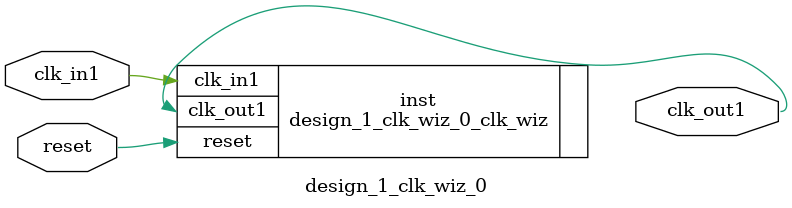
<source format=v>


`timescale 1ps/1ps

(* CORE_GENERATION_INFO = "design_1_clk_wiz_0,clk_wiz_v6_0_12_0_0,{component_name=design_1_clk_wiz_0,use_phase_alignment=true,use_min_o_jitter=false,use_max_i_jitter=false,use_dyn_phase_shift=false,use_inclk_switchover=false,use_dyn_reconfig=false,enable_axi=0,feedback_source=FDBK_AUTO,PRIMITIVE=MMCM,num_out_clk=1,clkin1_period=8.000,clkin2_period=10.000,use_power_down=false,use_reset=true,use_locked=false,use_inclk_stopped=false,feedback_type=SINGLE,CLOCK_MGR_TYPE=NA,manual_override=false}" *)

module design_1_clk_wiz_0 
 (
  // Clock out ports
  output        clk_out1,
  // Status and control signals
  input         reset,
 // Clock in ports
  input         clk_in1
 );

  design_1_clk_wiz_0_clk_wiz inst
  (
  // Clock out ports  
  .clk_out1(clk_out1),
  // Status and control signals               
  .reset(reset), 
 // Clock in ports
  .clk_in1(clk_in1)
  );

endmodule

</source>
